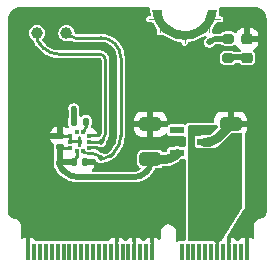
<source format=gbr>
%TF.GenerationSoftware,KiCad,Pcbnew,9.0.0*%
%TF.CreationDate,2025-05-23T15:59:46+04:00*%
%TF.ProjectId,02_04_sensor_barometer_BMP390L,30325f30-345f-4736-956e-736f725f6261,rev?*%
%TF.SameCoordinates,Original*%
%TF.FileFunction,Copper,L1,Top*%
%TF.FilePolarity,Positive*%
%FSLAX46Y46*%
G04 Gerber Fmt 4.6, Leading zero omitted, Abs format (unit mm)*
G04 Created by KiCad (PCBNEW 9.0.0) date 2025-05-23 15:59:46*
%MOMM*%
%LPD*%
G01*
G04 APERTURE LIST*
G04 Aperture macros list*
%AMRoundRect*
0 Rectangle with rounded corners*
0 $1 Rounding radius*
0 $2 $3 $4 $5 $6 $7 $8 $9 X,Y pos of 4 corners*
0 Add a 4 corners polygon primitive as box body*
4,1,4,$2,$3,$4,$5,$6,$7,$8,$9,$2,$3,0*
0 Add four circle primitives for the rounded corners*
1,1,$1+$1,$2,$3*
1,1,$1+$1,$4,$5*
1,1,$1+$1,$6,$7*
1,1,$1+$1,$8,$9*
0 Add four rect primitives between the rounded corners*
20,1,$1+$1,$2,$3,$4,$5,0*
20,1,$1+$1,$4,$5,$6,$7,0*
20,1,$1+$1,$6,$7,$8,$9,0*
20,1,$1+$1,$8,$9,$2,$3,0*%
G04 Aperture macros list end*
%TA.AperFunction,EtchedComponent*%
%ADD10C,0.101600*%
%TD*%
%TA.AperFunction,EtchedComponent*%
%ADD11C,0.000000*%
%TD*%
%TA.AperFunction,SMDPad,CuDef*%
%ADD12R,0.350000X1.450000*%
%TD*%
%TA.AperFunction,ComponentPad*%
%ADD13C,0.454000*%
%TD*%
%TA.AperFunction,SMDPad,CuDef*%
%ADD14C,1.000000*%
%TD*%
%TA.AperFunction,SMDPad,CuDef*%
%ADD15RoundRect,0.140000X0.170000X-0.140000X0.170000X0.140000X-0.170000X0.140000X-0.170000X-0.140000X0*%
%TD*%
%TA.AperFunction,SMDPad,CuDef*%
%ADD16RoundRect,0.200000X-0.275000X0.200000X-0.275000X-0.200000X0.275000X-0.200000X0.275000X0.200000X0*%
%TD*%
%TA.AperFunction,SMDPad,CuDef*%
%ADD17RoundRect,0.140000X-0.140000X-0.170000X0.140000X-0.170000X0.140000X0.170000X-0.140000X0.170000X0*%
%TD*%
%TA.AperFunction,SMDPad,CuDef*%
%ADD18R,1.200000X0.600000*%
%TD*%
%TA.AperFunction,SMDPad,CuDef*%
%ADD19RoundRect,0.135000X0.135000X0.185000X-0.135000X0.185000X-0.135000X-0.185000X0.135000X-0.185000X0*%
%TD*%
%TA.AperFunction,SMDPad,CuDef*%
%ADD20RoundRect,0.250000X0.650000X-0.325000X0.650000X0.325000X-0.650000X0.325000X-0.650000X-0.325000X0*%
%TD*%
%TA.AperFunction,SMDPad,CuDef*%
%ADD21R,0.300000X0.300000*%
%TD*%
%TA.AperFunction,SMDPad,CuDef*%
%ADD22RoundRect,0.218750X-0.256250X0.218750X-0.256250X-0.218750X0.256250X-0.218750X0.256250X0.218750X0*%
%TD*%
%TA.AperFunction,ViaPad*%
%ADD23C,0.500000*%
%TD*%
%TA.AperFunction,ViaPad*%
%ADD24C,0.700000*%
%TD*%
%TA.AperFunction,Conductor*%
%ADD25C,0.500000*%
%TD*%
%TA.AperFunction,Conductor*%
%ADD26C,0.250000*%
%TD*%
%TA.AperFunction,Conductor*%
%ADD27C,0.750000*%
%TD*%
G04 APERTURE END LIST*
D10*
%TO.C,J1*%
X150400000Y-93425000D02*
X149500000Y-93425000D01*
X150400000Y-93425000D02*
X150400000Y-94525000D01*
X152500000Y-94725000D02*
X152500000Y-95425000D01*
X154600000Y-93425000D02*
X154600000Y-94525000D01*
X154600000Y-93425000D02*
X155500000Y-93425000D01*
D11*
%TA.AperFunction,EtchedComponent*%
G36*
X150588420Y-92963173D02*
G01*
X150671447Y-93241787D01*
X150797037Y-93503983D01*
X150962097Y-93743304D01*
X151162563Y-93953858D01*
X151393499Y-94130460D01*
X151649218Y-94268761D01*
X151923424Y-94365356D01*
X152500000Y-94425000D01*
X152790635Y-94417867D01*
X153076576Y-94365356D01*
X153350782Y-94268761D01*
X153606501Y-94130460D01*
X153837437Y-93953858D01*
X154037903Y-93743304D01*
X154202963Y-93503983D01*
X154328553Y-93241787D01*
X154450000Y-92675000D01*
X155250000Y-92675000D01*
X155186952Y-93038935D01*
X155076451Y-93391374D01*
X154920427Y-93726158D01*
X154721608Y-94037436D01*
X154483467Y-94319770D01*
X154210166Y-94568226D01*
X153906480Y-94778461D01*
X153577718Y-94946803D01*
X153229623Y-95070309D01*
X152868279Y-95146820D01*
X152500000Y-95175000D01*
X152130811Y-95149373D01*
X151768334Y-95074760D01*
X151419037Y-94952494D01*
X151089157Y-94784756D01*
X150784581Y-94574540D01*
X150510746Y-94325599D01*
X150272540Y-94042377D01*
X150074215Y-93729928D01*
X149919311Y-93393831D01*
X149750000Y-92675000D01*
X150550000Y-92675000D01*
X150588420Y-92963173D01*
G37*
%TD.AperFunction*%
%TD*%
D12*
%TO.P,J1,1,GND*%
%TO.N,GND*%
X157750000Y-113150000D03*
%TO.P,J1,3,USB_D+*%
%TO.N,/USB_D+*%
X157250000Y-113150000D03*
%TO.P,J1,5,USB_D-*%
%TO.N,/USB_D-*%
X156750000Y-113150000D03*
%TO.P,J1,7,GND*%
%TO.N,GND*%
X156250000Y-113150000D03*
%TO.P,J1,9,USB_VIN*%
%TO.N,/V_USB*%
X155750000Y-113150000D03*
%TO.P,J1,11,~{BOOT}*%
%TO.N,VIN*%
X155250000Y-113150000D03*
%TO.P,J1,13,RTS1*%
%TO.N,/UART_RTS1*%
X154750000Y-113150000D03*
%TO.P,J1,15,CTS1*%
%TO.N,/UART_CTS1*%
X154250000Y-113150000D03*
%TO.P,J1,17,TX1*%
%TO.N,BMP390_TX*%
X153750000Y-113150000D03*
%TO.P,J1,19,RX1*%
%TO.N,BMP390_RX*%
X153250000Y-113150000D03*
%TO.P,J1,21,SWDCK*%
%TO.N,/SWDCK*%
X152750000Y-113150000D03*
%TO.P,J1,23,SWDIO*%
%TO.N,/SWDIO*%
X152250000Y-113150000D03*
%TO.P,J1,33,GND*%
%TO.N,GND*%
X149750000Y-113150000D03*
%TO.P,J1,35,USBHOST_D+*%
%TO.N,/USBHOST_D+*%
X149250000Y-113150000D03*
%TO.P,J1,37,USBHOST_D-*%
%TO.N,/USBHOST_D-*%
X148750000Y-113150000D03*
%TO.P,J1,39,GND*%
%TO.N,GND*%
X148250000Y-113150000D03*
%TO.P,J1,41,CAN-RX*%
%TO.N,/CAN-RX*%
X147750000Y-113150000D03*
%TO.P,J1,43,CAN-TX*%
%TO.N,/CAN-TX*%
X147250000Y-113150000D03*
%TO.P,J1,45,GND*%
%TO.N,GND*%
X146750000Y-113150000D03*
%TO.P,J1,47,PWM1*%
%TO.N,/PWM1*%
X146250000Y-113150000D03*
%TO.P,J1,49,BATT_VIN/3*%
%TO.N,/BATT_VIN*%
X145750000Y-113150000D03*
%TO.P,J1,51,I2C_SDA1*%
%TO.N,/I2C_SDA1*%
X145250000Y-113150000D03*
%TO.P,J1,53,I2C_SCL1*%
%TO.N,/I2C_SCL1*%
X144750000Y-113150000D03*
%TO.P,J1,55,SPI_~{CS}*%
%TO.N,/~{SPI_CS}*%
X144250000Y-113150000D03*
%TO.P,J1,57,SPI_SCK*%
%TO.N,/SPI_SCK*%
X143750000Y-113150000D03*
%TO.P,J1,59,SPI_SDO*%
%TO.N,/SPI_COPI-LED_DAT*%
X143250000Y-113150000D03*
%TO.P,J1,61,SPI_SDI*%
%TO.N,/SPI_CIPO-LED_CLK*%
X142750000Y-113150000D03*
%TO.P,J1,63,G10/ADC_D+/CAM_VSYNC*%
%TO.N,/G10-CAM_VSYNC*%
X142250000Y-113150000D03*
%TO.P,J1,65,G9/ADC_D-/CAM_HSYNC*%
%TO.N,/G9-CAM_HSYNC*%
X141750000Y-113150000D03*
%TO.P,J1,67,G8*%
%TO.N,/G8*%
X141250000Y-113150000D03*
%TO.P,J1,69,G7/BUS7*%
%TO.N,/G7*%
X140750000Y-113150000D03*
%TO.P,J1,71,G6/BUS6*%
%TO.N,/G6*%
X140250000Y-113150000D03*
%TO.P,J1,73,G5/BUS5*%
%TO.N,/G5*%
X139750000Y-113150000D03*
%TO.P,J1,75,GND*%
%TO.N,GND*%
X139250000Y-113150000D03*
D13*
%TO.P,J1,GND1,GND*%
X150400000Y-93425000D03*
%TO.P,J1,GND2,GND*%
X152500000Y-94725000D03*
%TO.P,J1,GND3,GND*%
X154600000Y-93425000D03*
%TD*%
D14*
%TO.P,SCL1,1,1*%
%TO.N,BMP390L_SCL*%
X142500000Y-94600000D03*
%TD*%
D15*
%TO.P,C1,1*%
%TO.N,+3V3*%
X141939929Y-104280127D03*
%TO.P,C1,2*%
%TO.N,GND*%
X141939929Y-103320127D03*
%TD*%
D16*
%TO.P,R1,1*%
%TO.N,+3V3*%
X156200000Y-95075000D03*
%TO.P,R1,2*%
%TO.N,Net-(D1-A)*%
X156200000Y-96725000D03*
%TD*%
D17*
%TO.P,C2,1*%
%TO.N,+3V3*%
X143120000Y-105500000D03*
%TO.P,C2,2*%
%TO.N,GND*%
X144080000Y-105500000D03*
%TD*%
D18*
%TO.P,U2,1,VIN*%
%TO.N,VIN*%
X154149987Y-104749962D03*
%TO.P,U2,2,GND*%
%TO.N,GND*%
X154149987Y-103800000D03*
%TO.P,U2,3,EN*%
%TO.N,VIN*%
X154149987Y-102850038D03*
%TO.P,U2,4,NC*%
%TO.N,unconnected-(U2-NC-Pad4)*%
X151850013Y-102850038D03*
%TO.P,U2,5,VOUT*%
%TO.N,+3V3*%
X151850013Y-104749962D03*
%TD*%
D19*
%TO.P,R2,1*%
%TO.N,Net-(U1-CSB)*%
X144149929Y-102100127D03*
%TO.P,R2,2*%
%TO.N,+3V3*%
X143129929Y-102100127D03*
%TD*%
D20*
%TO.P,C3,1*%
%TO.N,VIN*%
X156400000Y-105275000D03*
%TO.P,C3,2*%
%TO.N,GND*%
X156400000Y-102325000D03*
%TD*%
D21*
%TO.P,U1,1,VDDIO*%
%TO.N,+3V3*%
X143370028Y-104580036D03*
%TO.P,U1,2,SCK*%
%TO.N,BMP390L_SCL*%
X143869901Y-104580036D03*
%TO.P,U1,3,VSS*%
%TO.N,GND*%
X144400000Y-104300127D03*
%TO.P,U1,4,SDI*%
%TO.N,BMP390L_SDA*%
X144400000Y-103800000D03*
%TO.P,U1,5,SDO*%
%TO.N,GND*%
X144400000Y-103300127D03*
%TO.P,U1,6,CSB*%
%TO.N,Net-(U1-CSB)*%
X143869901Y-103019965D03*
%TO.P,U1,7,INT*%
%TO.N,BMP390_INT*%
X143370028Y-103019965D03*
%TO.P,U1,8,VSS*%
%TO.N,GND*%
X142839929Y-103300127D03*
%TO.P,U1,9,VSS*%
X142839929Y-103800000D03*
%TO.P,U1,10,VDD*%
%TO.N,+3V3*%
X142839929Y-104300127D03*
%TD*%
D14*
%TO.P,SDA1,1,1*%
%TO.N,BMP390L_SDA*%
X140000000Y-94600000D03*
%TD*%
D20*
%TO.P,C4,1*%
%TO.N,+3V3*%
X149600000Y-105275000D03*
%TO.P,C4,2*%
%TO.N,GND*%
X149600000Y-102325000D03*
%TD*%
D22*
%TO.P,D1,1,K*%
%TO.N,GND*%
X157780000Y-95112500D03*
%TO.P,D1,2,A*%
%TO.N,Net-(D1-A)*%
X157780000Y-96687500D03*
%TD*%
D23*
%TO.N,+3V3*%
X154600000Y-95400000D03*
X143100000Y-101000000D03*
X141900000Y-105500000D03*
D24*
%TO.N,GND*%
X151300000Y-96000000D03*
X149300000Y-96000000D03*
X154100000Y-100500000D03*
X154100000Y-98500000D03*
X149300000Y-97000000D03*
X149300000Y-98000000D03*
X153100000Y-100500000D03*
X154100000Y-99500000D03*
X152100000Y-100500000D03*
X150300000Y-97000000D03*
X150300000Y-96000000D03*
X153100000Y-99500000D03*
D23*
%TO.N,BMP390L_SDA*%
X145400000Y-103800000D03*
%TO.N,BMP390L_SCL*%
X145400000Y-105200000D03*
%TD*%
D25*
%TO.N,+3V3*%
X141900000Y-105500000D02*
X142943203Y-105500000D01*
X141900000Y-105500000D02*
X141900000Y-105700000D01*
X154737500Y-95262500D02*
X154600000Y-95400000D01*
X141920056Y-105465762D02*
X141920056Y-104314052D01*
X143436396Y-106800000D02*
X148234314Y-106800000D01*
D26*
X141974071Y-104300127D02*
X142825786Y-104300127D01*
D25*
X149199999Y-106399999D02*
X149343673Y-106256326D01*
X155069454Y-95125000D02*
X156200000Y-95125000D01*
D26*
X141949865Y-104290063D02*
X141949929Y-104290127D01*
D27*
X149962500Y-105275000D02*
X150966268Y-105275000D01*
D25*
X143100000Y-101000000D02*
X143114964Y-101014964D01*
X143129929Y-101051091D02*
X143129929Y-102100127D01*
D26*
X143370028Y-105073175D02*
X143370028Y-104580036D01*
D27*
X151600000Y-105012500D02*
X151862500Y-104750000D01*
D25*
X142350000Y-106350000D02*
X142041421Y-106041421D01*
X141900000Y-105500000D02*
X141910028Y-105489972D01*
D26*
X142829929Y-104290127D02*
X142819929Y-104280127D01*
D27*
X151600000Y-105012500D02*
G75*
G02*
X150966268Y-105274987I-633700J633700D01*
G01*
D26*
X141974071Y-104300127D02*
G75*
G02*
X141949947Y-104290109I29J34127D01*
G01*
D25*
X149199999Y-106399999D02*
G75*
G02*
X148234314Y-106800005I-965699J965699D01*
G01*
X155069454Y-95125000D02*
G75*
G03*
X154737534Y-95262534I46J-469400D01*
G01*
D26*
X141949865Y-104290063D02*
G75*
G03*
X141929993Y-104290063I-9936J-9936D01*
G01*
D25*
X149343673Y-106256326D02*
G75*
G03*
X149599985Y-105637500I-618873J618826D01*
G01*
X142350000Y-106350000D02*
G75*
G03*
X143436396Y-106800002I1086400J1086400D01*
G01*
D27*
X149962500Y-105275000D02*
G75*
G03*
X149600000Y-105637500I0J-362500D01*
G01*
D25*
X143129929Y-101051091D02*
G75*
G03*
X143114968Y-101014960I-51129J-9D01*
G01*
D26*
X142829929Y-104290127D02*
G75*
G02*
X142825786Y-104300170I-4129J-4173D01*
G01*
D25*
X141900000Y-105700000D02*
G75*
G03*
X142041430Y-106041412I482800J0D01*
G01*
X141920056Y-104314052D02*
G75*
G02*
X141930012Y-104290083I33944J-48D01*
G01*
X141920056Y-105465762D02*
G75*
G02*
X141910051Y-105489995I-34256J-38D01*
G01*
D26*
X142943203Y-105500000D02*
G75*
G03*
X143245007Y-105374979I-3J426800D01*
G01*
X143245014Y-105374986D02*
G75*
G03*
X143370010Y-105073175I-301814J301786D01*
G01*
D27*
%TO.N,GND*%
X154531250Y-103800000D02*
X154137500Y-103800000D01*
D26*
X142805786Y-103320127D02*
X141939929Y-103320127D01*
X142839929Y-103314269D02*
X142839929Y-103800000D01*
D27*
X155203423Y-103521576D02*
X156400000Y-102325000D01*
D26*
X142829929Y-103310127D02*
G75*
G02*
X142840000Y-103314269I4171J-4173D01*
G01*
X142805786Y-103320127D02*
G75*
G03*
X142829932Y-103310130I14J34127D01*
G01*
D27*
X155203423Y-103521576D02*
G75*
G02*
X154531250Y-103800034I-672223J672176D01*
G01*
%TO.N,VIN*%
X156137500Y-105012500D02*
X156400000Y-105275000D01*
D26*
X153678125Y-104750000D02*
X153550000Y-104750000D01*
D27*
X155503768Y-104750000D02*
X154799998Y-104750000D01*
X154137499Y-104750000D02*
X153934375Y-104750000D01*
X154799998Y-104750000D02*
X154137499Y-104750000D01*
X153934375Y-104750000D02*
X153678125Y-104750000D01*
X155503768Y-104750000D02*
G75*
G02*
X156137509Y-105012491I32J-896200D01*
G01*
D25*
%TO.N,Net-(D1-A)*%
X157773750Y-96681250D02*
X157780000Y-96687500D01*
X157758661Y-96675000D02*
X156200000Y-96675000D01*
X157773750Y-96681250D02*
G75*
G03*
X157758661Y-96675016I-15050J-15050D01*
G01*
D26*
%TO.N,BMP390L_SDA*%
X140247487Y-95547487D02*
X140550000Y-95850000D01*
X145800000Y-103117157D02*
X145800000Y-96886195D01*
X145313804Y-96400000D02*
X141877817Y-96400000D01*
X145600000Y-103600000D02*
X145400000Y-103800000D01*
X145400000Y-103800000D02*
X144400000Y-103800000D01*
X140000000Y-94950000D02*
X140000000Y-94600000D01*
X145657596Y-96542403D02*
G75*
G02*
X145800002Y-96886195I-343796J-343797D01*
G01*
X145657596Y-96542403D02*
G75*
G03*
X145313804Y-96399998I-343796J-343797D01*
G01*
X140550000Y-95850000D02*
G75*
G03*
X141877817Y-96399993I1327800J1327800D01*
G01*
X145800000Y-103117157D02*
G75*
G02*
X145600033Y-103600033I-682900J-43D01*
G01*
X140000000Y-94950000D02*
G75*
G03*
X140247482Y-95547492I845000J0D01*
G01*
%TO.N,BMP390L_SCL*%
X145400000Y-105200000D02*
X145188063Y-104988063D01*
X142700000Y-94800000D02*
X142500000Y-94600000D01*
X143967946Y-104678081D02*
X143869901Y-104580036D01*
X143182842Y-95000000D02*
X145392893Y-95000000D01*
X145400000Y-105200000D02*
X145700000Y-105200000D01*
X147100000Y-96707106D02*
X147100000Y-103322182D01*
X146549999Y-104649999D02*
X146212132Y-104987867D01*
X144204649Y-104776127D02*
X144676403Y-104776127D01*
X144204649Y-104776127D02*
G75*
G02*
X143967976Y-104678051I51J334727D01*
G01*
X145700000Y-105200000D02*
G75*
G03*
X146212140Y-104987875I0J724300D01*
G01*
X143182842Y-95000000D02*
G75*
G02*
X142699987Y-94800013I-42J682800D01*
G01*
X146600000Y-95500000D02*
G75*
G02*
X147099997Y-96707106I-1207100J-1207100D01*
G01*
X146549999Y-104649999D02*
G75*
G03*
X147099991Y-103322182I-1327799J1327799D01*
G01*
X144676403Y-104776127D02*
G75*
G02*
X145188056Y-104988070I-3J-723573D01*
G01*
X146600000Y-95500000D02*
G75*
G03*
X145392893Y-95000003I-1207100J-1207100D01*
G01*
%TO.N,Net-(U1-CSB)*%
X144009915Y-102879951D02*
X143869901Y-103019965D01*
X144149929Y-102541927D02*
X144149929Y-102100127D01*
X144149929Y-102541927D02*
G75*
G02*
X144009900Y-102879936I-478029J27D01*
G01*
%TD*%
%TA.AperFunction,Conductor*%
%TO.N,VIN*%
G36*
X155242539Y-102419685D02*
G01*
X155288294Y-102472489D01*
X155299500Y-102524000D01*
X155299500Y-102560257D01*
X155279815Y-102627296D01*
X155263181Y-102647938D01*
X154850232Y-103060886D01*
X154850231Y-103060887D01*
X154845886Y-103065231D01*
X154845878Y-103065237D01*
X154820146Y-103090970D01*
X154817418Y-103093699D01*
X154802216Y-103108902D01*
X154790022Y-103119596D01*
X154731729Y-103164329D01*
X154703697Y-103180515D01*
X154643390Y-103205498D01*
X154612124Y-103213877D01*
X154539534Y-103223438D01*
X154523342Y-103224500D01*
X154061734Y-103224500D01*
X153915365Y-103263719D01*
X153915364Y-103263719D01*
X153915362Y-103263720D01*
X153915359Y-103263721D01*
X153882166Y-103282886D01*
X153820165Y-103299500D01*
X153530234Y-103299500D01*
X153471757Y-103311131D01*
X153471756Y-103311132D01*
X153405434Y-103355447D01*
X153361119Y-103421769D01*
X153361118Y-103421770D01*
X153349487Y-103480247D01*
X153349487Y-104119752D01*
X153361118Y-104178229D01*
X153361119Y-104178230D01*
X153405434Y-104244552D01*
X153471756Y-104288867D01*
X153471757Y-104288868D01*
X153530234Y-104300499D01*
X153530237Y-104300500D01*
X153530239Y-104300500D01*
X153820165Y-104300500D01*
X153882166Y-104317114D01*
X153915359Y-104336278D01*
X153915360Y-104336278D01*
X153915365Y-104336281D01*
X154061734Y-104375500D01*
X154453779Y-104375500D01*
X154461388Y-104375500D01*
X154461402Y-104375504D01*
X154479900Y-104375502D01*
X154480012Y-104375535D01*
X154531280Y-104375532D01*
X154531280Y-104375533D01*
X154631306Y-104375528D01*
X154829645Y-104349406D01*
X154843773Y-104345619D01*
X155022873Y-104297622D01*
X155022878Y-104297620D01*
X155207698Y-104221056D01*
X155380944Y-104121023D01*
X155539651Y-103999233D01*
X155600112Y-103938767D01*
X156402061Y-103136819D01*
X156463384Y-103103334D01*
X156489742Y-103100500D01*
X157104270Y-103100500D01*
X157128612Y-103098216D01*
X157134699Y-103097646D01*
X157235047Y-103062532D01*
X157304823Y-103058970D01*
X157365451Y-103093699D01*
X157397678Y-103155692D01*
X157400000Y-103179574D01*
X157400000Y-109318509D01*
X157381368Y-109383879D01*
X155655446Y-112165871D01*
X155603380Y-112212460D01*
X155561125Y-112222004D01*
X155561312Y-112223903D01*
X155555247Y-112224500D01*
X155496770Y-112236131D01*
X155496769Y-112236132D01*
X155430447Y-112280447D01*
X155386132Y-112346769D01*
X155386131Y-112346770D01*
X155374500Y-112405247D01*
X155374500Y-112583384D01*
X155369757Y-112600025D01*
X155370019Y-112616417D01*
X155355872Y-112648751D01*
X155354872Y-112650363D01*
X155302804Y-112696954D01*
X155233813Y-112708000D01*
X155169802Y-112679992D01*
X155131095Y-112621824D01*
X155125500Y-112584996D01*
X155125500Y-112405249D01*
X155125499Y-112405247D01*
X155113868Y-112346770D01*
X155113867Y-112346769D01*
X155069552Y-112280447D01*
X155003230Y-112236132D01*
X155003229Y-112236131D01*
X154944752Y-112224500D01*
X154944748Y-112224500D01*
X154555252Y-112224500D01*
X154555251Y-112224500D01*
X154524188Y-112230678D01*
X154475812Y-112230678D01*
X154444749Y-112224500D01*
X154444748Y-112224500D01*
X154055252Y-112224500D01*
X154055251Y-112224500D01*
X154024188Y-112230678D01*
X153975812Y-112230678D01*
X153944749Y-112224500D01*
X153944748Y-112224500D01*
X153555252Y-112224500D01*
X153555251Y-112224500D01*
X153524188Y-112230678D01*
X153475812Y-112230678D01*
X153444749Y-112224500D01*
X153444748Y-112224500D01*
X153055252Y-112224500D01*
X153055251Y-112224500D01*
X153024188Y-112230678D01*
X153022293Y-112230757D01*
X153021399Y-112231200D01*
X153013845Y-112231113D01*
X152986121Y-112232281D01*
X152980924Y-112231695D01*
X152944748Y-112224500D01*
X152917037Y-112224500D01*
X152910121Y-112223721D01*
X152884066Y-112212773D01*
X152856961Y-112204815D01*
X152852288Y-112199422D01*
X152845706Y-112196657D01*
X152829705Y-112173359D01*
X152811206Y-112152011D01*
X152809427Y-112143836D01*
X152806149Y-112139063D01*
X152805781Y-112127076D01*
X152800000Y-112100500D01*
X152800000Y-102524000D01*
X152819685Y-102456961D01*
X152872489Y-102411206D01*
X152924000Y-102400000D01*
X155175500Y-102400000D01*
X155242539Y-102419685D01*
G37*
%TD.AperFunction*%
%TD*%
%TA.AperFunction,Conductor*%
%TO.N,GND*%
G36*
X149522038Y-92435802D02*
G01*
X149567793Y-92488606D01*
X149577737Y-92557764D01*
X149567089Y-92593144D01*
X149549340Y-92630660D01*
X149549973Y-92722114D01*
X149620436Y-93021271D01*
X149616646Y-93091038D01*
X149575738Y-93147680D01*
X149510701Y-93173214D01*
X149499739Y-93173700D01*
X149450011Y-93173700D01*
X149357649Y-93211958D01*
X149286958Y-93282649D01*
X149248700Y-93375011D01*
X149248700Y-93474988D01*
X149263110Y-93509776D01*
X149286958Y-93567350D01*
X149357650Y-93638042D01*
X149450013Y-93676300D01*
X149634338Y-93676300D01*
X149696536Y-93693028D01*
X149847842Y-93780758D01*
X149858294Y-93791761D01*
X149871747Y-93798798D01*
X149894538Y-93828716D01*
X149900708Y-93840045D01*
X149900715Y-93840056D01*
X150099040Y-94152505D01*
X150112525Y-94170905D01*
X150115274Y-94174655D01*
X150115277Y-94174660D01*
X150119593Y-94179790D01*
X150147683Y-94243764D01*
X150148700Y-94259610D01*
X150148700Y-94574988D01*
X150167711Y-94620883D01*
X150186958Y-94667350D01*
X150257650Y-94738042D01*
X150350013Y-94776300D01*
X150350015Y-94776300D01*
X150449985Y-94776300D01*
X150449987Y-94776300D01*
X150542350Y-94738042D01*
X150542352Y-94738039D01*
X150553336Y-94733490D01*
X150622806Y-94726021D01*
X150671225Y-94745997D01*
X150972426Y-94953884D01*
X150983041Y-94960207D01*
X150995991Y-94967922D01*
X150996000Y-94967927D01*
X150996014Y-94967935D01*
X151151060Y-95046773D01*
X151314182Y-95129718D01*
X151325894Y-95135673D01*
X151325904Y-95135677D01*
X151325916Y-95135683D01*
X151351143Y-95146455D01*
X151573136Y-95224160D01*
X151700441Y-95268721D01*
X151726902Y-95276040D01*
X152089379Y-95350653D01*
X152099126Y-95351988D01*
X152105419Y-95352851D01*
X152136037Y-95361141D01*
X152172901Y-95376410D01*
X152227305Y-95420251D01*
X152247067Y-95466780D01*
X152248699Y-95474984D01*
X152248700Y-95474986D01*
X152248700Y-95474987D01*
X152286958Y-95567350D01*
X152357650Y-95638042D01*
X152450013Y-95676300D01*
X152450015Y-95676300D01*
X152549985Y-95676300D01*
X152549987Y-95676300D01*
X152642350Y-95638042D01*
X152713042Y-95567350D01*
X152751300Y-95474987D01*
X152751300Y-95474979D01*
X152752930Y-95466786D01*
X152756610Y-95459748D01*
X152756894Y-95451812D01*
X152772571Y-95429231D01*
X152785312Y-95404873D01*
X152793228Y-95399480D01*
X152796742Y-95394420D01*
X152827096Y-95376410D01*
X152873750Y-95357085D01*
X152903596Y-95348903D01*
X152910848Y-95347863D01*
X153184070Y-95290011D01*
X153272179Y-95271355D01*
X153272189Y-95271353D01*
X153298322Y-95263985D01*
X153298327Y-95263983D01*
X153298339Y-95263980D01*
X153646434Y-95140474D01*
X153671379Y-95129718D01*
X154000141Y-94961376D01*
X154023449Y-94947424D01*
X154166856Y-94848146D01*
X154233176Y-94826174D01*
X154300851Y-94843546D01*
X154348392Y-94894748D01*
X154360703Y-94963525D01*
X154333877Y-95028039D01*
X154325114Y-95037781D01*
X154239514Y-95123382D01*
X154239509Y-95123389D01*
X154180201Y-95226112D01*
X154180200Y-95226117D01*
X154155760Y-95317328D01*
X154149500Y-95340691D01*
X154149500Y-95459309D01*
X154165881Y-95520443D01*
X154180201Y-95573887D01*
X154239511Y-95676614D01*
X154323386Y-95760489D01*
X154426113Y-95819799D01*
X154450321Y-95826284D01*
X154450324Y-95826286D01*
X154450325Y-95826286D01*
X154480447Y-95834357D01*
X154540691Y-95850500D01*
X154540693Y-95850500D01*
X154659308Y-95850500D01*
X154659309Y-95850500D01*
X154749673Y-95826286D01*
X154773887Y-95819799D01*
X154876614Y-95760489D01*
X155009549Y-95627552D01*
X155014143Y-95622961D01*
X155014168Y-95622948D01*
X155025322Y-95611790D01*
X155056471Y-95594794D01*
X155086599Y-95578338D01*
X155086639Y-95578333D01*
X155086655Y-95578325D01*
X155086693Y-95578327D01*
X155112975Y-95575500D01*
X155608448Y-95575500D01*
X155675487Y-95595185D01*
X155681329Y-95599179D01*
X155686653Y-95603046D01*
X155686655Y-95603047D01*
X155686658Y-95603050D01*
X155775933Y-95648538D01*
X155799698Y-95660647D01*
X155893475Y-95675499D01*
X155893481Y-95675500D01*
X156506518Y-95675499D01*
X156600304Y-95660646D01*
X156713146Y-95603149D01*
X156781813Y-95590254D01*
X156846554Y-95616530D01*
X156874978Y-95648538D01*
X156956114Y-95780080D01*
X157074919Y-95898885D01*
X157204793Y-95978992D01*
X157220344Y-95996281D01*
X157238958Y-96010214D01*
X157243269Y-96021769D01*
X157251517Y-96030940D01*
X157255251Y-96053889D01*
X157263380Y-96075677D01*
X157260758Y-96087729D01*
X157262740Y-96099903D01*
X157253473Y-96121230D01*
X157248532Y-96143951D01*
X157236776Y-96159656D01*
X157234896Y-96163985D01*
X157227383Y-96172207D01*
X157221203Y-96178388D01*
X157211413Y-96188177D01*
X157150095Y-96221665D01*
X157123729Y-96224500D01*
X156791552Y-96224500D01*
X156724513Y-96204815D01*
X156718671Y-96200821D01*
X156713346Y-96196953D01*
X156713343Y-96196951D01*
X156713342Y-96196950D01*
X156637481Y-96158297D01*
X156600301Y-96139352D01*
X156506524Y-96124500D01*
X155893482Y-96124500D01*
X155812519Y-96137323D01*
X155799696Y-96139354D01*
X155686658Y-96196950D01*
X155686657Y-96196951D01*
X155686652Y-96196954D01*
X155596954Y-96286652D01*
X155596951Y-96286657D01*
X155539352Y-96399698D01*
X155524500Y-96493475D01*
X155524500Y-96956517D01*
X155535292Y-97024657D01*
X155539354Y-97050304D01*
X155596950Y-97163342D01*
X155596952Y-97163344D01*
X155596954Y-97163347D01*
X155686652Y-97253045D01*
X155686654Y-97253046D01*
X155686658Y-97253050D01*
X155798332Y-97309951D01*
X155799698Y-97310647D01*
X155893475Y-97325499D01*
X155893481Y-97325500D01*
X156506518Y-97325499D01*
X156600304Y-97310646D01*
X156713342Y-97253050D01*
X156716739Y-97249653D01*
X156804574Y-97161819D01*
X156831501Y-97147115D01*
X156857320Y-97130523D01*
X156863520Y-97129631D01*
X156865897Y-97128334D01*
X156892255Y-97125500D01*
X157098728Y-97125500D01*
X157165767Y-97145185D01*
X157186409Y-97161819D01*
X157274243Y-97249653D01*
X157274245Y-97249654D01*
X157274249Y-97249658D01*
X157392580Y-97309951D01*
X157392581Y-97309951D01*
X157392583Y-97309952D01*
X157392582Y-97309952D01*
X157490749Y-97325500D01*
X157490754Y-97325500D01*
X158069251Y-97325500D01*
X158167417Y-97309952D01*
X158167418Y-97309951D01*
X158167420Y-97309951D01*
X158285751Y-97249658D01*
X158379658Y-97155751D01*
X158439951Y-97037420D01*
X158439951Y-97037418D01*
X158439952Y-97037417D01*
X158455500Y-96939251D01*
X158455500Y-96435748D01*
X158439952Y-96337582D01*
X158439951Y-96337580D01*
X158379658Y-96219249D01*
X158379654Y-96219245D01*
X158379653Y-96219243D01*
X158332622Y-96172212D01*
X158299137Y-96110889D01*
X158304121Y-96041197D01*
X158345993Y-95985264D01*
X158355207Y-95978992D01*
X158485078Y-95898887D01*
X158603885Y-95780080D01*
X158692091Y-95637077D01*
X158692093Y-95637072D01*
X158744942Y-95477583D01*
X158754999Y-95379150D01*
X158755000Y-95379137D01*
X158755000Y-95362500D01*
X157904000Y-95362500D01*
X157836961Y-95342815D01*
X157791206Y-95290011D01*
X157780000Y-95238500D01*
X157780000Y-95112500D01*
X157654000Y-95112500D01*
X157586961Y-95092815D01*
X157541206Y-95040011D01*
X157530000Y-94988500D01*
X157530000Y-94862500D01*
X158030000Y-94862500D01*
X158754999Y-94862500D01*
X158754999Y-94845864D01*
X158754998Y-94845847D01*
X158744943Y-94747416D01*
X158692093Y-94587927D01*
X158692091Y-94587922D01*
X158603885Y-94444919D01*
X158485080Y-94326114D01*
X158342077Y-94237908D01*
X158342072Y-94237906D01*
X158182583Y-94185057D01*
X158084150Y-94175000D01*
X158030000Y-94175000D01*
X158030000Y-94862500D01*
X157530000Y-94862500D01*
X157530000Y-94175000D01*
X157529999Y-94174999D01*
X157475864Y-94175000D01*
X157475847Y-94175001D01*
X157377415Y-94185057D01*
X157217927Y-94237906D01*
X157217922Y-94237908D01*
X157074919Y-94326114D01*
X156956113Y-94444920D01*
X156956110Y-94444924D01*
X156906901Y-94524705D01*
X156854953Y-94571430D01*
X156785991Y-94582651D01*
X156721909Y-94554808D01*
X156713682Y-94547289D01*
X156713347Y-94546954D01*
X156713344Y-94546952D01*
X156713342Y-94546950D01*
X156636517Y-94507805D01*
X156600301Y-94489352D01*
X156506524Y-94474500D01*
X155893482Y-94474500D01*
X155812519Y-94487323D01*
X155799696Y-94489354D01*
X155686658Y-94546950D01*
X155686657Y-94546951D01*
X155686652Y-94546954D01*
X155595426Y-94638181D01*
X155534103Y-94671666D01*
X155507745Y-94674500D01*
X155136706Y-94674500D01*
X155128728Y-94674497D01*
X155128719Y-94674495D01*
X155122455Y-94674495D01*
X155120773Y-94674495D01*
X155120609Y-94674447D01*
X154997008Y-94674458D01*
X154995658Y-94674672D01*
X154994708Y-94674822D01*
X154993826Y-94674708D01*
X154992152Y-94674841D01*
X154992124Y-94674489D01*
X154925415Y-94665874D01*
X154871959Y-94620883D01*
X154851313Y-94554133D01*
X154851300Y-94552351D01*
X154851300Y-94247676D01*
X154870985Y-94180637D01*
X154877923Y-94170905D01*
X154878662Y-94169965D01*
X154878691Y-94169932D01*
X154894795Y-94148054D01*
X155093614Y-93836776D01*
X155098873Y-93827200D01*
X155147992Y-93778140D01*
X155306094Y-93691545D01*
X155334062Y-93685423D01*
X155361235Y-93676379D01*
X155365661Y-93676300D01*
X155549985Y-93676300D01*
X155549987Y-93676300D01*
X155642350Y-93638042D01*
X155713042Y-93567350D01*
X155751300Y-93474987D01*
X155751300Y-93375013D01*
X155713042Y-93282650D01*
X155642350Y-93211958D01*
X155621122Y-93203165D01*
X155549988Y-93173700D01*
X155549987Y-93173700D01*
X155519495Y-93173700D01*
X155452456Y-93154015D01*
X155406701Y-93101211D01*
X155396757Y-93032053D01*
X155397315Y-93028533D01*
X155415470Y-92923735D01*
X155452484Y-92710078D01*
X155450348Y-92629272D01*
X155433321Y-92593916D01*
X155421970Y-92524979D01*
X155449691Y-92460844D01*
X155507686Y-92421878D01*
X155545042Y-92416117D01*
X158493234Y-92416117D01*
X158506716Y-92416852D01*
X158537216Y-92420187D01*
X158653104Y-92432863D01*
X158673654Y-92436890D01*
X158811775Y-92476317D01*
X158831349Y-92483743D01*
X158955646Y-92543353D01*
X158960865Y-92545856D01*
X158978917Y-92556475D01*
X159031782Y-92593920D01*
X159096114Y-92639488D01*
X159096133Y-92639501D01*
X159112142Y-92653009D01*
X159213701Y-92754570D01*
X159227208Y-92770578D01*
X159310233Y-92887796D01*
X159320852Y-92905850D01*
X159382957Y-93035356D01*
X159390387Y-93054939D01*
X159429813Y-93193063D01*
X159433840Y-93213617D01*
X159449865Y-93360146D01*
X159450600Y-93373627D01*
X159450600Y-109755872D01*
X159449451Y-109772714D01*
X159435814Y-109872185D01*
X159429333Y-109898169D01*
X159396341Y-109987818D01*
X159384432Y-110011804D01*
X159379611Y-110019341D01*
X159332964Y-110092274D01*
X159316183Y-110113144D01*
X159248633Y-110180692D01*
X159227763Y-110197471D01*
X159147286Y-110248941D01*
X159123298Y-110260850D01*
X159033656Y-110293836D01*
X159007671Y-110300317D01*
X158906155Y-110314230D01*
X158892791Y-110315329D01*
X158872130Y-110315907D01*
X158864324Y-110317542D01*
X158838078Y-110319407D01*
X158838072Y-110319408D01*
X158723484Y-110352555D01*
X158618415Y-110409056D01*
X158618407Y-110409062D01*
X158527573Y-110486380D01*
X158455019Y-110581074D01*
X158455018Y-110581076D01*
X158403992Y-110688904D01*
X158388678Y-110754259D01*
X158376775Y-110805053D01*
X158376007Y-110844291D01*
X158375600Y-110844699D01*
X158375600Y-110865177D01*
X158375590Y-110865687D01*
X158375579Y-110866282D01*
X158375579Y-110866318D01*
X158375020Y-110896650D01*
X158375600Y-110900539D01*
X158375600Y-111890015D01*
X158355915Y-111957054D01*
X158303111Y-112002809D01*
X158233953Y-112012753D01*
X158177292Y-111989284D01*
X158167091Y-111981648D01*
X158167086Y-111981645D01*
X158032379Y-111931403D01*
X158032372Y-111931401D01*
X157972844Y-111925000D01*
X157925000Y-111925000D01*
X157925000Y-113026000D01*
X157922449Y-113034685D01*
X157923738Y-113043647D01*
X157912759Y-113067687D01*
X157905315Y-113093039D01*
X157898474Y-113098966D01*
X157894713Y-113107203D01*
X157872478Y-113121492D01*
X157852511Y-113138794D01*
X157841996Y-113141081D01*
X157835935Y-113144977D01*
X157801000Y-113150000D01*
X157749500Y-113150000D01*
X157682461Y-113130315D01*
X157636706Y-113077511D01*
X157625500Y-113026000D01*
X157625500Y-112405249D01*
X157625499Y-112405247D01*
X157613868Y-112346773D01*
X157613867Y-112346772D01*
X157613867Y-112346769D01*
X157595897Y-112319876D01*
X157575020Y-112253199D01*
X157575000Y-112250986D01*
X157575000Y-111925000D01*
X157527155Y-111925000D01*
X157467627Y-111931401D01*
X157467620Y-111931403D01*
X157332913Y-111981645D01*
X157332906Y-111981649D01*
X157217812Y-112067809D01*
X157136856Y-112175951D01*
X157114780Y-112192475D01*
X157094907Y-112211597D01*
X157085483Y-112214406D01*
X157080922Y-112217821D01*
X157061606Y-112223291D01*
X157055482Y-112224500D01*
X157055252Y-112224500D01*
X157024724Y-112230572D01*
X157024016Y-112230712D01*
X157023642Y-112230678D01*
X156975812Y-112230678D01*
X156938776Y-112223312D01*
X156939308Y-112220636D01*
X156885409Y-112198835D01*
X156863143Y-112175950D01*
X156782190Y-112067812D01*
X156782187Y-112067809D01*
X156667093Y-111981649D01*
X156667086Y-111981645D01*
X156532379Y-111931403D01*
X156532372Y-111931401D01*
X156472844Y-111925000D01*
X156425000Y-111925000D01*
X156425000Y-112250986D01*
X156422449Y-112259671D01*
X156423738Y-112268633D01*
X156406965Y-112312404D01*
X156405315Y-112318025D01*
X156404561Y-112318677D01*
X156404102Y-112319877D01*
X156386133Y-112346769D01*
X156386131Y-112346773D01*
X156374500Y-112405247D01*
X156374500Y-113026000D01*
X156371949Y-113034685D01*
X156373238Y-113043647D01*
X156362259Y-113067687D01*
X156354815Y-113093039D01*
X156347974Y-113098966D01*
X156344213Y-113107203D01*
X156321978Y-113121492D01*
X156302011Y-113138794D01*
X156291496Y-113141081D01*
X156285435Y-113144977D01*
X156250500Y-113150000D01*
X156249500Y-113150000D01*
X156182461Y-113130315D01*
X156136706Y-113077511D01*
X156125500Y-113026000D01*
X156125500Y-112405249D01*
X156125499Y-112405247D01*
X156113868Y-112346773D01*
X156113867Y-112346772D01*
X156113867Y-112346769D01*
X156095897Y-112319876D01*
X156092860Y-112310176D01*
X156086206Y-112302497D01*
X156082597Y-112277397D01*
X156075020Y-112253199D01*
X156075000Y-112250986D01*
X156075000Y-111914745D01*
X156093631Y-111849375D01*
X156465843Y-111249411D01*
X157555992Y-109492214D01*
X157578997Y-109440208D01*
X157597629Y-109374838D01*
X157605500Y-109318509D01*
X157605500Y-103206522D01*
X157625185Y-103139483D01*
X157641827Y-103118833D01*
X157642317Y-103118342D01*
X157734356Y-102969124D01*
X157734358Y-102969119D01*
X157789505Y-102802697D01*
X157789506Y-102802690D01*
X157799999Y-102699986D01*
X157800000Y-102699973D01*
X157800000Y-102575000D01*
X156524000Y-102575000D01*
X156456961Y-102555315D01*
X156411206Y-102502511D01*
X156400000Y-102451000D01*
X156400000Y-102325000D01*
X156274000Y-102325000D01*
X156206961Y-102305315D01*
X156161206Y-102252511D01*
X156150000Y-102201000D01*
X156150000Y-102075000D01*
X156650000Y-102075000D01*
X157799999Y-102075000D01*
X157799999Y-101950028D01*
X157799998Y-101950013D01*
X157789505Y-101847302D01*
X157734358Y-101680880D01*
X157734356Y-101680875D01*
X157642315Y-101531654D01*
X157518345Y-101407684D01*
X157369124Y-101315643D01*
X157369119Y-101315641D01*
X157202697Y-101260494D01*
X157202690Y-101260493D01*
X157099986Y-101250000D01*
X156650000Y-101250000D01*
X156650000Y-102075000D01*
X156150000Y-102075000D01*
X156150000Y-101250000D01*
X155700028Y-101250000D01*
X155700012Y-101250001D01*
X155597302Y-101260494D01*
X155430880Y-101315641D01*
X155430875Y-101315643D01*
X155281654Y-101407684D01*
X155157684Y-101531654D01*
X155065643Y-101680875D01*
X155065641Y-101680880D01*
X155010494Y-101847302D01*
X155010493Y-101847309D01*
X155000000Y-101950013D01*
X155000000Y-102070500D01*
X154980315Y-102137539D01*
X154927511Y-102183294D01*
X154876000Y-102194500D01*
X152923992Y-102194500D01*
X152880313Y-102199197D01*
X152828825Y-102210397D01*
X152818627Y-102212890D01*
X152818624Y-102212891D01*
X152737916Y-102255899D01*
X152737913Y-102255901D01*
X152685104Y-102301660D01*
X152660823Y-102325452D01*
X152659887Y-102324497D01*
X152610921Y-102360371D01*
X152541182Y-102364636D01*
X152533737Y-102362263D01*
X152469765Y-102349538D01*
X152469761Y-102349538D01*
X151230265Y-102349538D01*
X151230260Y-102349538D01*
X151171783Y-102361169D01*
X151171782Y-102361170D01*
X151105460Y-102405485D01*
X151061145Y-102471807D01*
X151061145Y-102471808D01*
X151060472Y-102475192D01*
X151056971Y-102481884D01*
X151056471Y-102483092D01*
X151056362Y-102483047D01*
X151028087Y-102537103D01*
X150967371Y-102571677D01*
X150938855Y-102575000D01*
X149850000Y-102575000D01*
X149850000Y-103399999D01*
X150299972Y-103399999D01*
X150299986Y-103399998D01*
X150402697Y-103389505D01*
X150569119Y-103334358D01*
X150569124Y-103334356D01*
X150718342Y-103242317D01*
X150842561Y-103118098D01*
X150903884Y-103084613D01*
X150973576Y-103089597D01*
X151029510Y-103131468D01*
X151051860Y-103181588D01*
X151061144Y-103228267D01*
X151061145Y-103228268D01*
X151105460Y-103294590D01*
X151171782Y-103338905D01*
X151171783Y-103338906D01*
X151230260Y-103350537D01*
X151230263Y-103350538D01*
X152470500Y-103350538D01*
X152537539Y-103370223D01*
X152583294Y-103423027D01*
X152594500Y-103474538D01*
X152594500Y-104125462D01*
X152574815Y-104192501D01*
X152522011Y-104238256D01*
X152470500Y-104249462D01*
X152179770Y-104249462D01*
X152117770Y-104232849D01*
X152084638Y-104213720D01*
X152084635Y-104213719D01*
X151938266Y-104174500D01*
X151786733Y-104174500D01*
X151640365Y-104213719D01*
X151640364Y-104213719D01*
X151640362Y-104213720D01*
X151640361Y-104213720D01*
X151607230Y-104232849D01*
X151545230Y-104249462D01*
X151230260Y-104249462D01*
X151171783Y-104261093D01*
X151171782Y-104261094D01*
X151105460Y-104305409D01*
X151061145Y-104371731D01*
X151061144Y-104371732D01*
X151049513Y-104430209D01*
X151049513Y-104575498D01*
X151046963Y-104584180D01*
X151048252Y-104593138D01*
X151037273Y-104617181D01*
X151029828Y-104642537D01*
X151022989Y-104648462D01*
X151019230Y-104656696D01*
X150996994Y-104670987D01*
X150977024Y-104688292D01*
X150966512Y-104690579D01*
X150960454Y-104694473D01*
X150925539Y-104699493D01*
X150925520Y-104699498D01*
X150922955Y-104699498D01*
X150896410Y-104699497D01*
X150896399Y-104699499D01*
X150888793Y-104699500D01*
X150888791Y-104699499D01*
X150888786Y-104699500D01*
X150687628Y-104699500D01*
X150620589Y-104679815D01*
X150587858Y-104649134D01*
X150572150Y-104627850D01*
X150462882Y-104547207D01*
X150462880Y-104547206D01*
X150334700Y-104502353D01*
X150304270Y-104499500D01*
X150304266Y-104499500D01*
X148895734Y-104499500D01*
X148895730Y-104499500D01*
X148865300Y-104502353D01*
X148865298Y-104502353D01*
X148737119Y-104547206D01*
X148737117Y-104547207D01*
X148627850Y-104627850D01*
X148547207Y-104737117D01*
X148547206Y-104737119D01*
X148502353Y-104865298D01*
X148502353Y-104865300D01*
X148499500Y-104895730D01*
X148499500Y-105654269D01*
X148502353Y-105684699D01*
X148502353Y-105684701D01*
X148534086Y-105775385D01*
X148547207Y-105812882D01*
X148627850Y-105922150D01*
X148732209Y-105999170D01*
X148751780Y-106024948D01*
X148772446Y-106049855D01*
X148772781Y-106052608D01*
X148774459Y-106054817D01*
X148776987Y-106087083D01*
X148780907Y-106119210D01*
X148779701Y-106121707D01*
X148779918Y-106124474D01*
X148764596Y-106152990D01*
X148750528Y-106182130D01*
X148747665Y-106184505D01*
X148746850Y-106186023D01*
X148723366Y-106204667D01*
X148690598Y-106224747D01*
X148658116Y-106244652D01*
X148640782Y-106253485D01*
X148526136Y-106300973D01*
X148507631Y-106306986D01*
X148386966Y-106335956D01*
X148367749Y-106339000D01*
X148250345Y-106348241D01*
X148239212Y-106349118D01*
X148229483Y-106349500D01*
X144744960Y-106349500D01*
X144677921Y-106329815D01*
X144632166Y-106277011D01*
X144622222Y-106207853D01*
X144651247Y-106144297D01*
X144657279Y-106137819D01*
X144729714Y-106065383D01*
X144729721Y-106065374D01*
X144812031Y-105926195D01*
X144812033Y-105926190D01*
X144857144Y-105770918D01*
X144857145Y-105770912D01*
X144858790Y-105750000D01*
X144204000Y-105750000D01*
X144136961Y-105730315D01*
X144091206Y-105677511D01*
X144080000Y-105626000D01*
X144080000Y-105374000D01*
X144099685Y-105306961D01*
X144152489Y-105261206D01*
X144204000Y-105250000D01*
X144851858Y-105250000D01*
X144918897Y-105269685D01*
X144964652Y-105322489D01*
X144971630Y-105341902D01*
X144980201Y-105373886D01*
X145039511Y-105476613D01*
X145123387Y-105560489D01*
X145226114Y-105619799D01*
X145340691Y-105650500D01*
X145340694Y-105650500D01*
X145459306Y-105650500D01*
X145459309Y-105650500D01*
X145573886Y-105619799D01*
X145676613Y-105560489D01*
X145676620Y-105560481D01*
X145683059Y-105555542D01*
X145684154Y-105556969D01*
X145736618Y-105528322D01*
X145762976Y-105525488D01*
X145782621Y-105525488D01*
X145861137Y-105513052D01*
X145945815Y-105499641D01*
X146102962Y-105448583D01*
X146250187Y-105373572D01*
X146383866Y-105276454D01*
X146411985Y-105248336D01*
X146411994Y-105248332D01*
X146453962Y-105206364D01*
X146478743Y-105181585D01*
X146478744Y-105181582D01*
X146487640Y-105172687D01*
X146487649Y-105172675D01*
X146743837Y-104916486D01*
X146743861Y-104916473D01*
X146780167Y-104880167D01*
X146780168Y-104880168D01*
X146867663Y-104792674D01*
X147021960Y-104599192D01*
X147153622Y-104389651D01*
X147260996Y-104166685D01*
X147342729Y-103933100D01*
X147397795Y-103691832D01*
X147425501Y-103445915D01*
X147425500Y-103322179D01*
X147425500Y-103296682D01*
X147425500Y-102699986D01*
X148200001Y-102699986D01*
X148210494Y-102802697D01*
X148265641Y-102969119D01*
X148265643Y-102969124D01*
X148357684Y-103118345D01*
X148481654Y-103242315D01*
X148630875Y-103334356D01*
X148630880Y-103334358D01*
X148797302Y-103389505D01*
X148797309Y-103389506D01*
X148900019Y-103399999D01*
X149349999Y-103399999D01*
X149350000Y-103399998D01*
X149350000Y-102575000D01*
X148200001Y-102575000D01*
X148200001Y-102699986D01*
X147425500Y-102699986D01*
X147425500Y-101950013D01*
X148200000Y-101950013D01*
X148200000Y-102075000D01*
X149350000Y-102075000D01*
X149850000Y-102075000D01*
X150999999Y-102075000D01*
X150999999Y-101950028D01*
X150999998Y-101950013D01*
X150989505Y-101847302D01*
X150934358Y-101680880D01*
X150934356Y-101680875D01*
X150842315Y-101531654D01*
X150718345Y-101407684D01*
X150569124Y-101315643D01*
X150569119Y-101315641D01*
X150402697Y-101260494D01*
X150402690Y-101260493D01*
X150299986Y-101250000D01*
X149850000Y-101250000D01*
X149850000Y-102075000D01*
X149350000Y-102075000D01*
X149350000Y-101250000D01*
X148900028Y-101250000D01*
X148900012Y-101250001D01*
X148797302Y-101260494D01*
X148630880Y-101315641D01*
X148630875Y-101315643D01*
X148481654Y-101407684D01*
X148357684Y-101531654D01*
X148265643Y-101680875D01*
X148265641Y-101680880D01*
X148210494Y-101847302D01*
X148210493Y-101847309D01*
X148200000Y-101950013D01*
X147425500Y-101950013D01*
X147425500Y-96664253D01*
X147425500Y-96655220D01*
X147425497Y-96655180D01*
X147425497Y-96642728D01*
X147425498Y-96592958D01*
X147399937Y-96366096D01*
X147349137Y-96143523D01*
X147273735Y-95928036D01*
X147273734Y-95928034D01*
X147273732Y-95928028D01*
X147174684Y-95722352D01*
X147145945Y-95676614D01*
X147053220Y-95529042D01*
X146910879Y-95350552D01*
X146910878Y-95350551D01*
X146910875Y-95350547D01*
X146866484Y-95306156D01*
X146866483Y-95306154D01*
X146787998Y-95227668D01*
X146749450Y-95189119D01*
X146570959Y-95046778D01*
X146541136Y-95028039D01*
X146377648Y-94925312D01*
X146171971Y-94826264D01*
X145956474Y-94750859D01*
X145733896Y-94700058D01*
X145507045Y-94674499D01*
X145507041Y-94674499D01*
X145392892Y-94674500D01*
X143324500Y-94674500D01*
X143257461Y-94654815D01*
X143211706Y-94602011D01*
X143200500Y-94550500D01*
X143200500Y-94531004D01*
X143173581Y-94395677D01*
X143173580Y-94395676D01*
X143173580Y-94395672D01*
X143173578Y-94395667D01*
X143120778Y-94268195D01*
X143120771Y-94268182D01*
X143044114Y-94153458D01*
X143044111Y-94153454D01*
X142946545Y-94055888D01*
X142946541Y-94055885D01*
X142831817Y-93979228D01*
X142831804Y-93979221D01*
X142704332Y-93926421D01*
X142704322Y-93926418D01*
X142568995Y-93899500D01*
X142568993Y-93899500D01*
X142431007Y-93899500D01*
X142431005Y-93899500D01*
X142295677Y-93926418D01*
X142295667Y-93926421D01*
X142168195Y-93979221D01*
X142168182Y-93979228D01*
X142053458Y-94055885D01*
X142053454Y-94055888D01*
X141955888Y-94153454D01*
X141955885Y-94153458D01*
X141879228Y-94268182D01*
X141879221Y-94268195D01*
X141826421Y-94395667D01*
X141826418Y-94395677D01*
X141799500Y-94531004D01*
X141799500Y-94531007D01*
X141799500Y-94668993D01*
X141799500Y-94668995D01*
X141799499Y-94668995D01*
X141826418Y-94804322D01*
X141826421Y-94804332D01*
X141879221Y-94931804D01*
X141879228Y-94931817D01*
X141955885Y-95046541D01*
X141955888Y-95046545D01*
X142053454Y-95144111D01*
X142053458Y-95144114D01*
X142168182Y-95220771D01*
X142168195Y-95220778D01*
X142290300Y-95271355D01*
X142295672Y-95273580D01*
X142295676Y-95273580D01*
X142295677Y-95273581D01*
X142431004Y-95300500D01*
X142431007Y-95300500D01*
X142568995Y-95300500D01*
X142660041Y-95282389D01*
X142704328Y-95273580D01*
X142731948Y-95262138D01*
X142801417Y-95254670D01*
X142817715Y-95258768D01*
X142946722Y-95300680D01*
X142946725Y-95300680D01*
X142946732Y-95300683D01*
X143103501Y-95325505D01*
X143182858Y-95325500D01*
X143182863Y-95325500D01*
X145341340Y-95325500D01*
X145388828Y-95325500D01*
X145396937Y-95325765D01*
X145565137Y-95336788D01*
X145581196Y-95338903D01*
X145742517Y-95370991D01*
X145758171Y-95375186D01*
X145913921Y-95428056D01*
X145928893Y-95434257D01*
X145994856Y-95466786D01*
X146076412Y-95507005D01*
X146090458Y-95515115D01*
X146227202Y-95606484D01*
X146240071Y-95616358D01*
X146363711Y-95724787D01*
X146375180Y-95736256D01*
X146483636Y-95859927D01*
X146493510Y-95872796D01*
X146584883Y-96009546D01*
X146592993Y-96023592D01*
X146665736Y-96171100D01*
X146671943Y-96186086D01*
X146724808Y-96341823D01*
X146729006Y-96357490D01*
X146761091Y-96518791D01*
X146763209Y-96534872D01*
X146773777Y-96696125D01*
X146774235Y-96703102D01*
X146774500Y-96711212D01*
X146774500Y-103318119D01*
X146774235Y-103326228D01*
X146761752Y-103516694D01*
X146759635Y-103532775D01*
X146723194Y-103715982D01*
X146718996Y-103731649D01*
X146658953Y-103908536D01*
X146652745Y-103923522D01*
X146570126Y-104091058D01*
X146562016Y-104105105D01*
X146458239Y-104260419D01*
X146448365Y-104273288D01*
X146322613Y-104416680D01*
X146317067Y-104422602D01*
X145987731Y-104751941D01*
X145975532Y-104762638D01*
X145912336Y-104811127D01*
X145884304Y-104827311D01*
X145818289Y-104854654D01*
X145787027Y-104863031D01*
X145781565Y-104863750D01*
X145769870Y-104865289D01*
X145749250Y-104862074D01*
X145748819Y-104862121D01*
X145748489Y-104861956D01*
X145700836Y-104854526D01*
X145678192Y-104840723D01*
X145676614Y-104839512D01*
X145676613Y-104839511D01*
X145573886Y-104780201D01*
X145459309Y-104749500D01*
X145459305Y-104749499D01*
X145451249Y-104748439D01*
X145451484Y-104746653D01*
X145394138Y-104729815D01*
X145373491Y-104713176D01*
X145359845Y-104699529D01*
X145359804Y-104699499D01*
X145226251Y-104602463D01*
X145226246Y-104602460D01*
X145226244Y-104602459D01*
X145117703Y-104547152D01*
X145068906Y-104502480D01*
X145036122Y-104450127D01*
X144524000Y-104450127D01*
X144515314Y-104447576D01*
X144506353Y-104448865D01*
X144482312Y-104437886D01*
X144456961Y-104430442D01*
X144451033Y-104423601D01*
X144442797Y-104419840D01*
X144428507Y-104397605D01*
X144411206Y-104377638D01*
X144408918Y-104367123D01*
X144405023Y-104361062D01*
X144400000Y-104326127D01*
X144400000Y-104274500D01*
X144419685Y-104207461D01*
X144472489Y-104161706D01*
X144524000Y-104150500D01*
X144572036Y-104150500D01*
X144579628Y-104150127D01*
X145072214Y-104150127D01*
X145082202Y-104152803D01*
X145091299Y-104151604D01*
X145109214Y-104160041D01*
X145134213Y-104166739D01*
X145226114Y-104219799D01*
X145340691Y-104250500D01*
X145340694Y-104250500D01*
X145459306Y-104250500D01*
X145459309Y-104250500D01*
X145573886Y-104219799D01*
X145676613Y-104160489D01*
X145760489Y-104076613D01*
X145819799Y-103973886D01*
X145850500Y-103859309D01*
X145850500Y-103859305D01*
X145851561Y-103851249D01*
X145853364Y-103851486D01*
X145870185Y-103794204D01*
X145883330Y-103777890D01*
X145883169Y-103777753D01*
X145886323Y-103774058D01*
X145886330Y-103774052D01*
X145979609Y-103645638D01*
X146051653Y-103504213D01*
X146100687Y-103353260D01*
X146125505Y-103196495D01*
X146125500Y-103117137D01*
X146125500Y-96937555D01*
X146125501Y-96937548D01*
X146125500Y-96878129D01*
X146125500Y-96822310D01*
X146105513Y-96696120D01*
X146066031Y-96574611D01*
X146008027Y-96460773D01*
X145932930Y-96357411D01*
X145913099Y-96337580D01*
X145887759Y-96312239D01*
X145851304Y-96275786D01*
X145851301Y-96275784D01*
X145842587Y-96267070D01*
X145739225Y-96191972D01*
X145625387Y-96133969D01*
X145503878Y-96094488D01*
X145503876Y-96094487D01*
X145503874Y-96094487D01*
X145413440Y-96080163D01*
X145377688Y-96074500D01*
X145377687Y-96074500D01*
X141881879Y-96074500D01*
X141873771Y-96074235D01*
X141834416Y-96071655D01*
X141683304Y-96061752D01*
X141667224Y-96059635D01*
X141484016Y-96023194D01*
X141468349Y-96018996D01*
X141291463Y-95958953D01*
X141276477Y-95952745D01*
X141108937Y-95870124D01*
X141094890Y-95862014D01*
X140939582Y-95758241D01*
X140926713Y-95748367D01*
X140783295Y-95622593D01*
X140777373Y-95617046D01*
X140481971Y-95321644D01*
X140473799Y-95312628D01*
X140470081Y-95308098D01*
X140456851Y-95291977D01*
X140429539Y-95227668D01*
X140441330Y-95158800D01*
X140465021Y-95125634D01*
X140544114Y-95046542D01*
X140620775Y-94931811D01*
X140673580Y-94804328D01*
X140693316Y-94705109D01*
X140700500Y-94668995D01*
X140700500Y-94531004D01*
X140673581Y-94395677D01*
X140673580Y-94395676D01*
X140673580Y-94395672D01*
X140673578Y-94395667D01*
X140620778Y-94268195D01*
X140620771Y-94268182D01*
X140544114Y-94153458D01*
X140544111Y-94153454D01*
X140446545Y-94055888D01*
X140446541Y-94055885D01*
X140331817Y-93979228D01*
X140331804Y-93979221D01*
X140204332Y-93926421D01*
X140204322Y-93926418D01*
X140068995Y-93899500D01*
X140068993Y-93899500D01*
X139931007Y-93899500D01*
X139931005Y-93899500D01*
X139795677Y-93926418D01*
X139795667Y-93926421D01*
X139668195Y-93979221D01*
X139668182Y-93979228D01*
X139553458Y-94055885D01*
X139553454Y-94055888D01*
X139455888Y-94153454D01*
X139455885Y-94153458D01*
X139379228Y-94268182D01*
X139379221Y-94268195D01*
X139326421Y-94395667D01*
X139326418Y-94395677D01*
X139299500Y-94531004D01*
X139299500Y-94531007D01*
X139299500Y-94668993D01*
X139299500Y-94668995D01*
X139299499Y-94668995D01*
X139326418Y-94804322D01*
X139326421Y-94804332D01*
X139379221Y-94931804D01*
X139379228Y-94931817D01*
X139455885Y-95046541D01*
X139455888Y-95046545D01*
X139553454Y-95144111D01*
X139553458Y-95144114D01*
X139673254Y-95224160D01*
X139672102Y-95225883D01*
X139715210Y-95268229D01*
X139724844Y-95290308D01*
X139760254Y-95399293D01*
X139760257Y-95399300D01*
X139760258Y-95399301D01*
X139843896Y-95563456D01*
X139854708Y-95578338D01*
X139952181Y-95712504D01*
X139952186Y-95712510D01*
X139982681Y-95743007D01*
X139987020Y-95747346D01*
X139987022Y-95747349D01*
X140019753Y-95780080D01*
X140035543Y-95795870D01*
X140035544Y-95795871D01*
X140060838Y-95821166D01*
X140060845Y-95821172D01*
X140286322Y-96046649D01*
X140286331Y-96046666D01*
X140319832Y-96080167D01*
X140319832Y-96080168D01*
X140407326Y-96167663D01*
X140600808Y-96321959D01*
X140781903Y-96435748D01*
X140810354Y-96453625D01*
X141033307Y-96560992D01*
X141033311Y-96560994D01*
X141033314Y-96560995D01*
X141266899Y-96642729D01*
X141508167Y-96697795D01*
X141508177Y-96697796D01*
X141508183Y-96697797D01*
X141584728Y-96706420D01*
X141754084Y-96725501D01*
X141877820Y-96725500D01*
X145305674Y-96725500D01*
X145321848Y-96726559D01*
X145339209Y-96728845D01*
X145370472Y-96737222D01*
X145379069Y-96740783D01*
X145407107Y-96756972D01*
X145414489Y-96762637D01*
X145437369Y-96785516D01*
X145443031Y-96792896D01*
X145459217Y-96820929D01*
X145462778Y-96829526D01*
X145471156Y-96860791D01*
X145473439Y-96878129D01*
X145474500Y-96894317D01*
X145474500Y-103065613D01*
X145474497Y-103065623D01*
X145474499Y-103102228D01*
X145474499Y-103109063D01*
X145474498Y-103109065D01*
X145473439Y-103125238D01*
X145464458Y-103193490D01*
X145456083Y-103224756D01*
X145435494Y-103274474D01*
X145391658Y-103328881D01*
X145348095Y-103345729D01*
X145348542Y-103347397D01*
X145340693Y-103349500D01*
X145340691Y-103349500D01*
X145226114Y-103380201D01*
X145133773Y-103433514D01*
X145071774Y-103450127D01*
X144582207Y-103450127D01*
X144580871Y-103450120D01*
X144572406Y-103450028D01*
X144569748Y-103449500D01*
X144523314Y-103449500D01*
X144522664Y-103449493D01*
X144489841Y-103439469D01*
X144456961Y-103429815D01*
X144456506Y-103429290D01*
X144455841Y-103429087D01*
X144433620Y-103402878D01*
X144411206Y-103377011D01*
X144411039Y-103376244D01*
X144410657Y-103375794D01*
X144410211Y-103372439D01*
X144400000Y-103325500D01*
X144400000Y-103274127D01*
X144419685Y-103207088D01*
X144472489Y-103161333D01*
X144524000Y-103150127D01*
X145050000Y-103150127D01*
X145050000Y-103102299D01*
X145049999Y-103102282D01*
X145043598Y-103042754D01*
X145043596Y-103042747D01*
X144993354Y-102908040D01*
X144993350Y-102908033D01*
X144907190Y-102792939D01*
X144907187Y-102792936D01*
X144792093Y-102706776D01*
X144792086Y-102706772D01*
X144657379Y-102656530D01*
X144649832Y-102654747D01*
X144650472Y-102652037D01*
X144598142Y-102630350D01*
X144558304Y-102572950D01*
X144555823Y-102503125D01*
X144563584Y-102481407D01*
X144563991Y-102480533D01*
X144563994Y-102480531D01*
X144613997Y-102373300D01*
X144620429Y-102324443D01*
X144620429Y-101875811D01*
X144613997Y-101826954D01*
X144563994Y-101719723D01*
X144480333Y-101636062D01*
X144373102Y-101586059D01*
X144373100Y-101586058D01*
X144373101Y-101586058D01*
X144324246Y-101579627D01*
X144324245Y-101579627D01*
X143975613Y-101579627D01*
X143975612Y-101579627D01*
X143926757Y-101586058D01*
X143819524Y-101636062D01*
X143792110Y-101663477D01*
X143730787Y-101696962D01*
X143661095Y-101691978D01*
X143605162Y-101650106D01*
X143580745Y-101584642D01*
X143580429Y-101575796D01*
X143580429Y-101110358D01*
X143580439Y-101110321D01*
X143580429Y-101051012D01*
X143580429Y-100991782D01*
X143572768Y-100963194D01*
X143561151Y-100904799D01*
X143549734Y-100877229D01*
X143549728Y-100877205D01*
X143549715Y-100877183D01*
X143547304Y-100871362D01*
X143547252Y-100871172D01*
X143546559Y-100869481D01*
X143546363Y-100869088D01*
X143528569Y-100826117D01*
X143523374Y-100813571D01*
X143523372Y-100813568D01*
X143496020Y-100772611D01*
X143496017Y-100772607D01*
X143490214Y-100763918D01*
X143475453Y-100738350D01*
X143433639Y-100696536D01*
X143429566Y-100692460D01*
X143429562Y-100692455D01*
X143386165Y-100649025D01*
X143385864Y-100648761D01*
X143376616Y-100639513D01*
X143376614Y-100639511D01*
X143325250Y-100609856D01*
X143273888Y-100580201D01*
X143261780Y-100576957D01*
X143249673Y-100573713D01*
X143249670Y-100573712D01*
X143211478Y-100563478D01*
X143159309Y-100549500D01*
X143040691Y-100549500D01*
X142950325Y-100573713D01*
X142950324Y-100573712D01*
X142926116Y-100580199D01*
X142926113Y-100580200D01*
X142823386Y-100639511D01*
X142823383Y-100639513D01*
X142739513Y-100723383D01*
X142739509Y-100723389D01*
X142680201Y-100826112D01*
X142680200Y-100826117D01*
X142649500Y-100940691D01*
X142649500Y-101059308D01*
X142673712Y-101149671D01*
X142675203Y-101155235D01*
X142679429Y-101187331D01*
X142679429Y-101770367D01*
X142667811Y-101822773D01*
X142665861Y-101826953D01*
X142665860Y-101826957D01*
X142659429Y-101875810D01*
X142659429Y-102324443D01*
X142665860Y-102373298D01*
X142665861Y-102373300D01*
X142713374Y-102475192D01*
X142714367Y-102477320D01*
X142718022Y-102501385D01*
X142725871Y-102524421D01*
X142723174Y-102535307D01*
X142724859Y-102546397D01*
X142714925Y-102568613D01*
X142709073Y-102592241D01*
X142700916Y-102599943D01*
X142696339Y-102610181D01*
X142675972Y-102623499D01*
X142658274Y-102640213D01*
X142643855Y-102644502D01*
X142637863Y-102648421D01*
X142624866Y-102651596D01*
X142555822Y-102664559D01*
X142531225Y-102662090D01*
X142506574Y-102663852D01*
X142492087Y-102658163D01*
X142486302Y-102657583D01*
X142482090Y-102654238D01*
X142469820Y-102649420D01*
X142366125Y-102588095D01*
X142366119Y-102588093D01*
X142210847Y-102542982D01*
X142210841Y-102542981D01*
X142189929Y-102541336D01*
X142189929Y-103196127D01*
X142170244Y-103263166D01*
X142117440Y-103308921D01*
X142065929Y-103320127D01*
X141939929Y-103320127D01*
X141939929Y-103446127D01*
X141920244Y-103513166D01*
X141867440Y-103558921D01*
X141815929Y-103570127D01*
X141135425Y-103570127D01*
X141177897Y-103716322D01*
X141260207Y-103855501D01*
X141260214Y-103855510D01*
X141374545Y-103969841D01*
X141380714Y-103974626D01*
X141379194Y-103976584D01*
X141418554Y-104018726D01*
X141431068Y-104087466D01*
X141430698Y-104090588D01*
X141429429Y-104100228D01*
X141429429Y-104460021D01*
X141429430Y-104460027D01*
X141435957Y-104509614D01*
X141435957Y-104509615D01*
X141435958Y-104509617D01*
X141457937Y-104556749D01*
X141469556Y-104609156D01*
X141469556Y-105349515D01*
X141465331Y-105381607D01*
X141449500Y-105440689D01*
X141449500Y-105648626D01*
X141449488Y-105648666D01*
X141449488Y-105773457D01*
X141462976Y-105858615D01*
X141472473Y-105918568D01*
X141516029Y-106052608D01*
X141517878Y-106058296D01*
X141584582Y-106189198D01*
X141670943Y-106308051D01*
X141670947Y-106308056D01*
X141721794Y-106358899D01*
X141721809Y-106358913D01*
X142077701Y-106714806D01*
X142077732Y-106714834D01*
X142110349Y-106747451D01*
X142284825Y-106886591D01*
X142473783Y-107005321D01*
X142674846Y-107102148D01*
X142833041Y-107157502D01*
X142885474Y-107175850D01*
X142885486Y-107175854D01*
X143103053Y-107225513D01*
X143324808Y-107250499D01*
X143324809Y-107250500D01*
X143324813Y-107250500D01*
X143377087Y-107250500D01*
X148175009Y-107250500D01*
X148182953Y-107250500D01*
X148182966Y-107250503D01*
X148234319Y-107250503D01*
X148234319Y-107250504D01*
X148353357Y-107250503D01*
X148353388Y-107250499D01*
X148371036Y-107248175D01*
X148589398Y-107219426D01*
X148819363Y-107157805D01*
X149039317Y-107066696D01*
X149245498Y-106947656D01*
X149434377Y-106802723D01*
X149476609Y-106760490D01*
X149476612Y-106760489D01*
X149482240Y-106754860D01*
X149482253Y-106754853D01*
X149534206Y-106702895D01*
X149613233Y-106623868D01*
X149620294Y-106616807D01*
X149620300Y-106616805D01*
X149625925Y-106611180D01*
X149625969Y-106611155D01*
X149662246Y-106574875D01*
X149662247Y-106574876D01*
X149723684Y-106513436D01*
X149829466Y-106375569D01*
X149916349Y-106225074D01*
X149956949Y-106127050D01*
X150000788Y-106072646D01*
X150067082Y-106050579D01*
X150071511Y-106050500D01*
X150304270Y-106050500D01*
X150334699Y-106047646D01*
X150334701Y-106047646D01*
X150403376Y-106023615D01*
X150462882Y-106002793D01*
X150572150Y-105922150D01*
X150587858Y-105900865D01*
X150643506Y-105858615D01*
X150687628Y-105850500D01*
X151050500Y-105850500D01*
X151050649Y-105850489D01*
X151062711Y-105850490D01*
X151253989Y-105825314D01*
X151440344Y-105775385D01*
X151618588Y-105701558D01*
X151785669Y-105605096D01*
X151938730Y-105487650D01*
X152006940Y-105419440D01*
X152056352Y-105370029D01*
X152056353Y-105370026D01*
X152099745Y-105326633D01*
X152139601Y-105286780D01*
X152200925Y-105253295D01*
X152227281Y-105250462D01*
X152470500Y-105250462D01*
X152537539Y-105270147D01*
X152583294Y-105322951D01*
X152594500Y-105374462D01*
X152594500Y-112103192D01*
X152574815Y-112170231D01*
X152522011Y-112215986D01*
X152452853Y-112225930D01*
X152446324Y-112224812D01*
X152444759Y-112224501D01*
X152444749Y-112224500D01*
X152444748Y-112224500D01*
X152055252Y-112224500D01*
X152055247Y-112224500D01*
X151996770Y-112236131D01*
X151996770Y-112236132D01*
X151969490Y-112254360D01*
X151902813Y-112275237D01*
X151835433Y-112256752D01*
X151788743Y-112204773D01*
X151776600Y-112151257D01*
X151776600Y-111392323D01*
X151776599Y-111392319D01*
X151743981Y-111249411D01*
X151680379Y-111117340D01*
X151667532Y-111101231D01*
X151654618Y-111085037D01*
X151588983Y-111002734D01*
X151523346Y-110950390D01*
X151474379Y-110911339D01*
X151474376Y-110911337D01*
X151342309Y-110847737D01*
X151342307Y-110847736D01*
X151342306Y-110847736D01*
X151297254Y-110837453D01*
X151199397Y-110815117D01*
X151199394Y-110815117D01*
X151052806Y-110815117D01*
X151052802Y-110815117D01*
X150909890Y-110847737D01*
X150777823Y-110911337D01*
X150777820Y-110911339D01*
X150663217Y-111002734D01*
X150571822Y-111117337D01*
X150571820Y-111117340D01*
X150508220Y-111249407D01*
X150475600Y-111392319D01*
X150475600Y-111964876D01*
X150455915Y-112031915D01*
X150403111Y-112077670D01*
X150333953Y-112087614D01*
X150277289Y-112064143D01*
X150167088Y-111981646D01*
X150167086Y-111981645D01*
X150032379Y-111931403D01*
X150032372Y-111931401D01*
X149972844Y-111925000D01*
X149925000Y-111925000D01*
X149925000Y-113026000D01*
X149922449Y-113034685D01*
X149923738Y-113043647D01*
X149912759Y-113067687D01*
X149905315Y-113093039D01*
X149898474Y-113098966D01*
X149894713Y-113107203D01*
X149872478Y-113121492D01*
X149852511Y-113138794D01*
X149841996Y-113141081D01*
X149835935Y-113144977D01*
X149801000Y-113150000D01*
X149749500Y-113150000D01*
X149682461Y-113130315D01*
X149636706Y-113077511D01*
X149625500Y-113026000D01*
X149625500Y-112405249D01*
X149625499Y-112405247D01*
X149613868Y-112346773D01*
X149613867Y-112346772D01*
X149613867Y-112346769D01*
X149595897Y-112319876D01*
X149575020Y-112253199D01*
X149575000Y-112250986D01*
X149575000Y-111925000D01*
X149527155Y-111925000D01*
X149467627Y-111931401D01*
X149467620Y-111931403D01*
X149332913Y-111981645D01*
X149332906Y-111981649D01*
X149217812Y-112067809D01*
X149136856Y-112175951D01*
X149114780Y-112192475D01*
X149094907Y-112211597D01*
X149085483Y-112214406D01*
X149080922Y-112217821D01*
X149061606Y-112223291D01*
X149055482Y-112224500D01*
X149055252Y-112224500D01*
X149024724Y-112230572D01*
X149024016Y-112230712D01*
X149023642Y-112230678D01*
X148975812Y-112230678D01*
X148938776Y-112223312D01*
X148939308Y-112220636D01*
X148885409Y-112198835D01*
X148863143Y-112175950D01*
X148782190Y-112067812D01*
X148782187Y-112067809D01*
X148667093Y-111981649D01*
X148667086Y-111981645D01*
X148532379Y-111931403D01*
X148532372Y-111931401D01*
X148472844Y-111925000D01*
X148425000Y-111925000D01*
X148425000Y-112250986D01*
X148422449Y-112259671D01*
X148423738Y-112268633D01*
X148406965Y-112312404D01*
X148405315Y-112318025D01*
X148404561Y-112318677D01*
X148404102Y-112319877D01*
X148386133Y-112346769D01*
X148386131Y-112346773D01*
X148374500Y-112405247D01*
X148374500Y-113201000D01*
X148371949Y-113209685D01*
X148373238Y-113218647D01*
X148362259Y-113242687D01*
X148354815Y-113268039D01*
X148347974Y-113273966D01*
X148344213Y-113282203D01*
X148321978Y-113296492D01*
X148302011Y-113313794D01*
X148291496Y-113316081D01*
X148285435Y-113319977D01*
X148250500Y-113325000D01*
X148249500Y-113325000D01*
X148182461Y-113305315D01*
X148136706Y-113252511D01*
X148125500Y-113201000D01*
X148125500Y-112405249D01*
X148125499Y-112405247D01*
X148113868Y-112346773D01*
X148113867Y-112346772D01*
X148113867Y-112346769D01*
X148095897Y-112319876D01*
X148092860Y-112310176D01*
X148086206Y-112302497D01*
X148082597Y-112277397D01*
X148075020Y-112253199D01*
X148075000Y-112250986D01*
X148075000Y-111925000D01*
X148027155Y-111925000D01*
X147967627Y-111931401D01*
X147967620Y-111931403D01*
X147832913Y-111981645D01*
X147832906Y-111981649D01*
X147717812Y-112067809D01*
X147636856Y-112175951D01*
X147614780Y-112192475D01*
X147594907Y-112211597D01*
X147585483Y-112214406D01*
X147580922Y-112217821D01*
X147561606Y-112223291D01*
X147555482Y-112224500D01*
X147555252Y-112224500D01*
X147524724Y-112230572D01*
X147524016Y-112230712D01*
X147523642Y-112230678D01*
X147475812Y-112230678D01*
X147438776Y-112223312D01*
X147439308Y-112220636D01*
X147385409Y-112198835D01*
X147363143Y-112175950D01*
X147282190Y-112067812D01*
X147282187Y-112067809D01*
X147167093Y-111981649D01*
X147167086Y-111981645D01*
X147032379Y-111931403D01*
X147032372Y-111931401D01*
X146972844Y-111925000D01*
X146925000Y-111925000D01*
X146925000Y-112250986D01*
X146922449Y-112259671D01*
X146923738Y-112268633D01*
X146906965Y-112312404D01*
X146905315Y-112318025D01*
X146904561Y-112318677D01*
X146904102Y-112319877D01*
X146886133Y-112346769D01*
X146886131Y-112346773D01*
X146874500Y-112405247D01*
X146874500Y-113026000D01*
X146871949Y-113034685D01*
X146873238Y-113043647D01*
X146862259Y-113067687D01*
X146854815Y-113093039D01*
X146847974Y-113098966D01*
X146844213Y-113107203D01*
X146821978Y-113121492D01*
X146802011Y-113138794D01*
X146791496Y-113141081D01*
X146785435Y-113144977D01*
X146750500Y-113150000D01*
X146749500Y-113150000D01*
X146682461Y-113130315D01*
X146636706Y-113077511D01*
X146625500Y-113026000D01*
X146625500Y-112405249D01*
X146625499Y-112405247D01*
X146613868Y-112346773D01*
X146613867Y-112346772D01*
X146613867Y-112346769D01*
X146595897Y-112319876D01*
X146592860Y-112310176D01*
X146586206Y-112302497D01*
X146582597Y-112277397D01*
X146575020Y-112253199D01*
X146575000Y-112250986D01*
X146575000Y-111925000D01*
X146527155Y-111925000D01*
X146467627Y-111931401D01*
X146467620Y-111931403D01*
X146332913Y-111981645D01*
X146332906Y-111981649D01*
X146217812Y-112067809D01*
X146136856Y-112175951D01*
X146114780Y-112192475D01*
X146094907Y-112211597D01*
X146085483Y-112214406D01*
X146080922Y-112217821D01*
X146061606Y-112223291D01*
X146055482Y-112224500D01*
X146055252Y-112224500D01*
X146024724Y-112230572D01*
X146024016Y-112230712D01*
X146023642Y-112230678D01*
X145975812Y-112230678D01*
X145944749Y-112224500D01*
X145944748Y-112224500D01*
X145555252Y-112224500D01*
X145555251Y-112224500D01*
X145524188Y-112230678D01*
X145475812Y-112230678D01*
X145444749Y-112224500D01*
X145444748Y-112224500D01*
X145055252Y-112224500D01*
X145055251Y-112224500D01*
X145024188Y-112230678D01*
X144975812Y-112230678D01*
X144944749Y-112224500D01*
X144944748Y-112224500D01*
X144555252Y-112224500D01*
X144555251Y-112224500D01*
X144524188Y-112230678D01*
X144475812Y-112230678D01*
X144444749Y-112224500D01*
X144444748Y-112224500D01*
X144055252Y-112224500D01*
X144055251Y-112224500D01*
X144024188Y-112230678D01*
X143975812Y-112230678D01*
X143944749Y-112224500D01*
X143944748Y-112224500D01*
X143555252Y-112224500D01*
X143555251Y-112224500D01*
X143524188Y-112230678D01*
X143475812Y-112230678D01*
X143444749Y-112224500D01*
X143444748Y-112224500D01*
X143055252Y-112224500D01*
X143055251Y-112224500D01*
X143024188Y-112230678D01*
X142975812Y-112230678D01*
X142944749Y-112224500D01*
X142944748Y-112224500D01*
X142555252Y-112224500D01*
X142555251Y-112224500D01*
X142524188Y-112230678D01*
X142475812Y-112230678D01*
X142444749Y-112224500D01*
X142444748Y-112224500D01*
X142055252Y-112224500D01*
X142055251Y-112224500D01*
X142024188Y-112230678D01*
X141975812Y-112230678D01*
X141944749Y-112224500D01*
X141944748Y-112224500D01*
X141555252Y-112224500D01*
X141555251Y-112224500D01*
X141524188Y-112230678D01*
X141475812Y-112230678D01*
X141444749Y-112224500D01*
X141444748Y-112224500D01*
X141055252Y-112224500D01*
X141055251Y-112224500D01*
X141024188Y-112230678D01*
X140975812Y-112230678D01*
X140944749Y-112224500D01*
X140944748Y-112224500D01*
X140555252Y-112224500D01*
X140555251Y-112224500D01*
X140524188Y-112230678D01*
X140475812Y-112230678D01*
X140444749Y-112224500D01*
X140444748Y-112224500D01*
X140055252Y-112224500D01*
X140055251Y-112224500D01*
X140024188Y-112230678D01*
X140015953Y-112230683D01*
X140011230Y-112232550D01*
X139976449Y-112230711D01*
X139975984Y-112230712D01*
X139975278Y-112230572D01*
X139944748Y-112224500D01*
X139944517Y-112224500D01*
X139938393Y-112223291D01*
X139912492Y-112209790D01*
X139885409Y-112198835D01*
X139879166Y-112192418D01*
X139876435Y-112190995D01*
X139874519Y-112187643D01*
X139863143Y-112175950D01*
X139782190Y-112067812D01*
X139782187Y-112067809D01*
X139667093Y-111981649D01*
X139667086Y-111981645D01*
X139532379Y-111931403D01*
X139532372Y-111931401D01*
X139472844Y-111925000D01*
X139425000Y-111925000D01*
X139425000Y-112250986D01*
X139405315Y-112318025D01*
X139404102Y-112319877D01*
X139386133Y-112346769D01*
X139386131Y-112346773D01*
X139374500Y-112405247D01*
X139374500Y-113026000D01*
X139371949Y-113034685D01*
X139373238Y-113043647D01*
X139362259Y-113067687D01*
X139354815Y-113093039D01*
X139347974Y-113098966D01*
X139344213Y-113107203D01*
X139321978Y-113121492D01*
X139302011Y-113138794D01*
X139291496Y-113141081D01*
X139285435Y-113144977D01*
X139250500Y-113150000D01*
X139199000Y-113150000D01*
X139131961Y-113130315D01*
X139086206Y-113077511D01*
X139075000Y-113026000D01*
X139075000Y-111925000D01*
X139027155Y-111925000D01*
X138967627Y-111931401D01*
X138967620Y-111931403D01*
X138832913Y-111981645D01*
X138832904Y-111981650D01*
X138824907Y-111987637D01*
X138759442Y-112012052D01*
X138691170Y-111997198D01*
X138641766Y-111947792D01*
X138626600Y-111888368D01*
X138626600Y-110881241D01*
X138627044Y-110880593D01*
X138626600Y-110864897D01*
X138626600Y-110844699D01*
X138626600Y-110826203D01*
X138625358Y-110820392D01*
X138624921Y-110804774D01*
X138596979Y-110689222D01*
X138545670Y-110581983D01*
X138473227Y-110487723D01*
X138382803Y-110410546D01*
X138278333Y-110353810D01*
X138278331Y-110353809D01*
X138278326Y-110353807D01*
X138164368Y-110319986D01*
X138164370Y-110319986D01*
X138164365Y-110319985D01*
X138164363Y-110319984D01*
X138164360Y-110319984D01*
X138138070Y-110317895D01*
X138137667Y-110317863D01*
X138119954Y-110316397D01*
X138118915Y-110315596D01*
X138105852Y-110315230D01*
X138102491Y-110314952D01*
X138101888Y-110314719D01*
X138095880Y-110314225D01*
X137994523Y-110300333D01*
X137968538Y-110293853D01*
X137878887Y-110260863D01*
X137854901Y-110248955D01*
X137774423Y-110197486D01*
X137753555Y-110180709D01*
X137685997Y-110113152D01*
X137669222Y-110092288D01*
X137617751Y-110011812D01*
X137605842Y-109987826D01*
X137572848Y-109898172D01*
X137566367Y-109872187D01*
X137552749Y-109772844D01*
X137551600Y-109756003D01*
X137551600Y-103070127D01*
X141135425Y-103070127D01*
X141689929Y-103070127D01*
X141689929Y-102541337D01*
X141689928Y-102541336D01*
X141669016Y-102542981D01*
X141669010Y-102542982D01*
X141513738Y-102588093D01*
X141513733Y-102588095D01*
X141374554Y-102670405D01*
X141374545Y-102670412D01*
X141260214Y-102784743D01*
X141260207Y-102784752D01*
X141177897Y-102923931D01*
X141135425Y-103070127D01*
X137551600Y-103070127D01*
X137551600Y-93373470D01*
X137552335Y-93359989D01*
X137554497Y-93340224D01*
X137568343Y-93213611D01*
X137572370Y-93193061D01*
X137600572Y-93094257D01*
X137611797Y-93054931D01*
X137619223Y-93035356D01*
X137681335Y-92905836D01*
X137691953Y-92887786D01*
X137774980Y-92770565D01*
X137788478Y-92754566D01*
X137890053Y-92652989D01*
X137906048Y-92639493D01*
X138023275Y-92556459D01*
X138041318Y-92545845D01*
X138170846Y-92483726D01*
X138190415Y-92476302D01*
X138328541Y-92436873D01*
X138349091Y-92432846D01*
X138495327Y-92416851D01*
X138508809Y-92416117D01*
X149454999Y-92416117D01*
X149522038Y-92435802D01*
G37*
%TD.AperFunction*%
%TA.AperFunction,Conductor*%
G36*
X143650180Y-103360524D02*
G01*
X143712093Y-103392903D01*
X143746674Y-103453615D01*
X143750000Y-103482144D01*
X143750000Y-103497971D01*
X143756401Y-103557499D01*
X143756403Y-103557506D01*
X143806645Y-103692213D01*
X143806648Y-103692219D01*
X143831800Y-103725818D01*
X143856216Y-103791282D01*
X143841364Y-103859555D01*
X143831800Y-103874436D01*
X143806648Y-103908034D01*
X143806645Y-103908040D01*
X143756403Y-104042747D01*
X143756401Y-104042754D01*
X143750002Y-104102268D01*
X143750000Y-104102299D01*
X143750000Y-104117856D01*
X143741055Y-104148317D01*
X143733748Y-104179227D01*
X143731280Y-104181607D01*
X143730315Y-104184895D01*
X143706325Y-104205682D01*
X143683464Y-104227737D01*
X143679094Y-104229278D01*
X143677511Y-104230650D01*
X143650179Y-104239476D01*
X143644143Y-104240676D01*
X143595773Y-104240673D01*
X143570546Y-104235655D01*
X143508635Y-104203270D01*
X143474061Y-104142554D01*
X143477800Y-104072785D01*
X143478557Y-104070701D01*
X143483525Y-104057381D01*
X143483527Y-104057372D01*
X143489928Y-103997844D01*
X143489929Y-103997827D01*
X143489929Y-103950000D01*
X143019557Y-103950000D01*
X143018726Y-103949997D01*
X143011286Y-103949947D01*
X143009677Y-103949627D01*
X142963545Y-103949627D01*
X142963098Y-103949624D01*
X142929990Y-103939661D01*
X142896890Y-103929942D01*
X142896607Y-103929616D01*
X142896192Y-103929491D01*
X142873702Y-103903181D01*
X142851135Y-103877138D01*
X142851031Y-103876660D01*
X142850792Y-103876381D01*
X142850489Y-103874168D01*
X142839929Y-103825627D01*
X142839929Y-103774000D01*
X142859614Y-103706961D01*
X142912418Y-103661206D01*
X142963929Y-103650000D01*
X143489929Y-103650000D01*
X143489929Y-103602180D01*
X143489928Y-103602168D01*
X143485751Y-103563321D01*
X143485360Y-103541160D01*
X143490249Y-103473241D01*
X143500977Y-103444516D01*
X143509614Y-103415105D01*
X143513087Y-103412095D01*
X143514696Y-103407788D01*
X143539255Y-103389420D01*
X143562418Y-103369350D01*
X143568884Y-103367261D01*
X143570649Y-103365942D01*
X143573626Y-103365730D01*
X143589743Y-103360525D01*
X143595781Y-103359325D01*
X143644143Y-103359324D01*
X143650180Y-103360524D01*
G37*
%TD.AperFunction*%
%TA.AperFunction,Conductor*%
G36*
X155382958Y-103321402D02*
G01*
X155384810Y-103321034D01*
X155393452Y-103323359D01*
X155413605Y-103327117D01*
X155603695Y-103391626D01*
X155631884Y-103411445D01*
X155660295Y-103431115D01*
X155660473Y-103431545D01*
X155660852Y-103431811D01*
X155673843Y-103463703D01*
X155687118Y-103495631D01*
X155687036Y-103496087D01*
X155687211Y-103496517D01*
X155680892Y-103530400D01*
X155674803Y-103564407D01*
X155674486Y-103564747D01*
X155674402Y-103565203D01*
X155651527Y-103596730D01*
X155454794Y-103793462D01*
X155454795Y-103793463D01*
X155409607Y-103838653D01*
X155397414Y-103849347D01*
X155272966Y-103944847D01*
X155259480Y-103953859D01*
X155123642Y-104032292D01*
X155109117Y-104039457D01*
X155106480Y-104040550D01*
X155059001Y-104050000D01*
X154273987Y-104050000D01*
X154206948Y-104030315D01*
X154161193Y-103977511D01*
X154149987Y-103926000D01*
X154149987Y-103674000D01*
X154169672Y-103606961D01*
X154222476Y-103561206D01*
X154273987Y-103550000D01*
X155249987Y-103550000D01*
X155249987Y-103452164D01*
X155249934Y-103451175D01*
X155249987Y-103450950D01*
X155249987Y-103448851D01*
X155250483Y-103448851D01*
X155257316Y-103419936D01*
X155263200Y-103388386D01*
X155265298Y-103386158D01*
X155266003Y-103383178D01*
X155289105Y-103360886D01*
X155311109Y-103337529D01*
X155314079Y-103336789D01*
X155316283Y-103334663D01*
X155347766Y-103328401D01*
X155378909Y-103320647D01*
X155382958Y-103321402D01*
G37*
%TD.AperFunction*%
%TD*%
M02*

</source>
